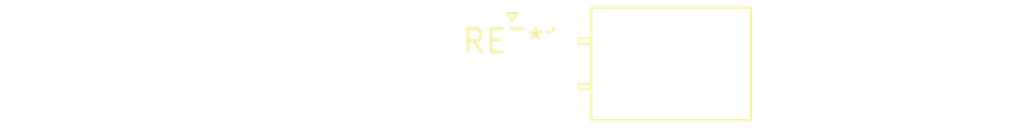
<source format=kicad_pcb>
(kicad_pcb (version 20240108) (generator pcbnew)
  (layers (0 "F.Cu" signal) (31 "B.Cu" signal) (34 "B.Paste" user) (35 "F.Paste" user) (36 "B.SilkS" user "B.Silkscreen") (37 "F.SilkS" user "F.Silkscreen") (38 "B.Mask" user) (39 "F.Mask" user) (44 "Edge.Cuts" user))
  (net 0 "")
  (footprint "Molex_Nano-Fit_105314-xx04_2x02_P2.50mm_Horizontal" (layer "F.Cu") (at 0 0)
    (property "Reference" "REF**")
    (property "Value" "Molex_Nano-Fit_105314-xx04_2x02_P2.50mm_Horizontal")
    (fp_line (start -0.3 -1.534264) (end 0 -1.11) (layer "F.SilkS") (stroke (width 0.12)))
    (fp_line (start 0 -1.11) (end 0.3 -1.534264) (layer "F.SilkS") (stroke (width 0.12)))
    (fp_line (start 0.3 -1.534264) (end -0.3 -1.534264) (layer "F.SilkS") (stroke (width 0.12)))
    (fp_line (start 3.61 -0.15) (end 3.61 0.15) (layer "F.SilkS") (stroke (width 0.12)))
    (fp_line (start 3.61 0.15) (end 4.31 0.15) (layer "F.SilkS") (stroke (width 0.12)))
    (fp_line (start 3.61 2.35) (end 3.61 2.65) (layer "F.SilkS") (stroke (width 0.12)))
    (fp_line (start 3.61 2.65) (end 4.31 2.65) (layer "F.SilkS") (stroke (width 0.12)))
    (fp_line (start 4.31 -1.83) (end 4.31 4.33) (layer "F.SilkS") (stroke (width 0.12)))
    (fp_line (start 4.31 -0.15) (end 3.61 -0.15) (layer "F.SilkS") (stroke (width 0.12)))
    (fp_line (start 4.31 0.15) (end 4.31 -0.15) (layer "F.SilkS") (stroke (width 0.12)))
    (fp_line (start 4.31 2.35) (end 3.61 2.35) (layer "F.SilkS") (stroke (width 0.12)))
    (fp_line (start 4.31 2.65) (end 4.31 2.35) (layer "F.SilkS") (stroke (width 0.12)))
    (fp_line (start 4.31 4.33) (end 12.99 4.33) (layer "F.SilkS") (stroke (width 0.12)))
    (fp_line (start 12.99 -1.83) (end 4.31 -1.83) (layer "F.SilkS") (stroke (width 0.12)))
    (fp_line (start 12.99 4.33) (end 12.99 -1.83) (layer "F.SilkS") (stroke (width 0.12)))
    (pad "" np_thru_hole circle (at 9.68 0) (size 1.7 1.7) (drill 1.7) (layers *.Cu *.Mask))
    (pad "" np_thru_hole circle (at 9.68 2.5) (size 1.7 1.7) (drill 1.7) (layers *.Cu *.Mask))
    (pad "1" thru_hole roundrect (at 0 0) (size 1.7 1.7) (drill 1.2) (layers *.Cu *.Mask) (remove_unused_layers) (roundrect_rratio 0.147059))
    (pad "2" thru_hole circle (at 0 2.5) (size 1.7 1.7) (drill 1.2) (layers *.Cu *.Mask) (remove_unused_layers))
    (pad "3" thru_hole circle (at 2.5 0) (size 1.7 1.7) (drill 1.2) (layers *.Cu *.Mask) (remove_unused_layers))
    (pad "4" thru_hole circle (at 2.5 2.5) (size 1.7 1.7) (drill 1.2) (layers *.Cu *.Mask) (remove_unused_layers))
  )
)
</source>
